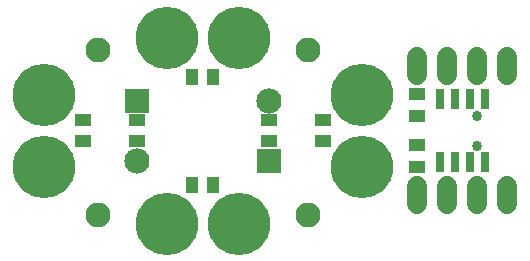
<source format=gbs>
G75*
%MOIN*%
%OFA0B0*%
%FSLAX25Y25*%
%IPPOS*%
%LPD*%
%AMOC8*
5,1,8,0,0,1.08239X$1,22.5*
%
%ADD10C,0.08300*%
%ADD11C,0.08400*%
%ADD12R,0.08400X0.08400*%
%ADD13R,0.05524X0.03950*%
%ADD14R,0.02800X0.07000*%
%ADD15C,0.06737*%
%ADD16R,0.03950X0.05524*%
%ADD17C,0.20800*%
%ADD18C,0.03400*%
D10*
X0031500Y0016500D03*
X0101500Y0016500D03*
X0101500Y0071500D03*
X0031500Y0071500D03*
D11*
X0088500Y0054500D03*
X0044500Y0034500D03*
D12*
X0044500Y0054500D03*
X0088500Y0034500D03*
D13*
X0088500Y0040957D03*
X0088500Y0048043D03*
X0106500Y0048043D03*
X0106500Y0040957D03*
X0138000Y0039543D03*
X0138000Y0032457D03*
X0138000Y0049457D03*
X0138000Y0056543D03*
X0044500Y0048043D03*
X0044500Y0040957D03*
X0026500Y0040957D03*
X0026500Y0048043D03*
D14*
X0145500Y0055000D03*
X0150500Y0055000D03*
X0155500Y0055000D03*
X0160500Y0055000D03*
X0160500Y0034000D03*
X0155500Y0034000D03*
X0150500Y0034000D03*
X0145500Y0034000D03*
D15*
X0148000Y0025969D02*
X0148000Y0020031D01*
X0158000Y0020031D02*
X0158000Y0025969D01*
X0168000Y0025969D02*
X0168000Y0020031D01*
X0138000Y0020031D02*
X0138000Y0025969D01*
X0138000Y0063031D02*
X0138000Y0068969D01*
X0148000Y0068969D02*
X0148000Y0063031D01*
X0158000Y0063031D02*
X0158000Y0068969D01*
X0168000Y0068969D02*
X0168000Y0063031D01*
D16*
X0070043Y0062500D03*
X0062957Y0062500D03*
X0062957Y0026500D03*
X0070043Y0026500D03*
D17*
X0078500Y0013500D03*
X0054500Y0013500D03*
X0013500Y0032500D03*
X0013500Y0056500D03*
X0054500Y0075500D03*
X0078500Y0075500D03*
X0119500Y0056500D03*
X0119500Y0032500D03*
D18*
X0158000Y0039500D03*
X0157957Y0049457D03*
M02*

</source>
